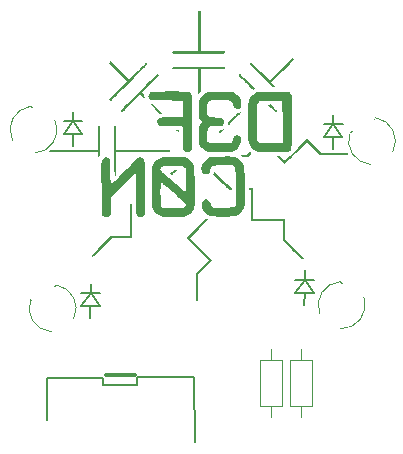
<source format=gbr>
%TF.GenerationSoftware,KiCad,Pcbnew,(6.0.5)*%
%TF.CreationDate,2022-07-12T12:17:59-06:00*%
%TF.ProjectId,jack,6a61636b-2e6b-4696-9361-645f70636258,rev?*%
%TF.SameCoordinates,PX7dfd6b0PY631d890*%
%TF.FileFunction,Legend,Bot*%
%TF.FilePolarity,Positive*%
%FSLAX46Y46*%
G04 Gerber Fmt 4.6, Leading zero omitted, Abs format (unit mm)*
G04 Created by KiCad (PCBNEW (6.0.5)) date 2022-07-12 12:17:59*
%MOMM*%
%LPD*%
G01*
G04 APERTURE LIST*
%ADD10C,0.150000*%
%ADD11C,0.120000*%
%ADD12C,0.300000*%
G04 APERTURE END LIST*
D10*
X8990000Y6810000D02*
X13810000Y6810000D01*
X5020000Y13920000D02*
X4245000Y12820000D01*
X24805000Y27130000D02*
X26335000Y27130000D01*
X3532500Y27420000D02*
X3527500Y26420000D01*
X25570000Y27130000D02*
X25565000Y26130000D01*
X2767500Y27420000D02*
X4297500Y27420000D01*
X23897500Y13980000D02*
X23142500Y15080000D01*
X26335000Y27130000D02*
X25580000Y28230000D01*
X4297500Y27420000D02*
X3542500Y28520000D01*
X23142500Y15080000D02*
X23147500Y15880000D01*
X22357500Y15080000D02*
X23927500Y15080000D01*
X5775000Y12820000D02*
X5020000Y13920000D01*
X2757500Y28520000D02*
X4327500Y28520000D01*
X6070000Y6800000D02*
X6070000Y6190000D01*
X23142500Y15080000D02*
X22367500Y13980000D01*
X1350000Y6800000D02*
X1340000Y3200000D01*
X6070000Y6190000D02*
X8990000Y6200000D01*
X1350000Y6800000D02*
X6070000Y6800000D01*
X5020000Y13920000D02*
X5025000Y14720000D01*
X3542500Y28520000D02*
X3547500Y29320000D01*
X8990000Y6200000D02*
X8990000Y6810000D01*
X22367500Y13980000D02*
X23897500Y13980000D01*
X13810000Y6810000D02*
X13820000Y1320000D01*
X25580000Y28230000D02*
X25585000Y29030000D01*
X5010000Y12820000D02*
X5005000Y11820000D01*
X3542500Y28520000D02*
X2767500Y27420000D01*
X4235000Y13920000D02*
X5805000Y13920000D01*
X4245000Y12820000D02*
X5775000Y12820000D01*
X23132500Y13980000D02*
X23127500Y12980000D01*
X24795000Y28230000D02*
X26365000Y28230000D01*
X25580000Y28230000D02*
X24805000Y27130000D01*
D11*
%TO.C,D4*%
X26282963Y14831436D02*
X26155175Y14920914D01*
X28180119Y13503033D02*
X28052331Y13592511D01*
X26155572Y14920636D02*
G75*
G03*
X24430112Y12182863I117296J-1986540D01*
G01*
X26197200Y10945535D02*
G75*
G03*
X28179723Y13503310I75668J1988561D01*
G01*
D12*
%TO.C,X1*%
X6310000Y7000000D02*
X8810000Y7000000D01*
D11*
%TO.C,D2*%
X27132193Y27645329D02*
X26997093Y27567329D01*
X29137907Y28803329D02*
X29002807Y28725329D01*
X30617768Y25925349D02*
G75*
G03*
X29137488Y28803087I-1770268J908981D01*
G01*
X26997512Y27567571D02*
G75*
G03*
X28749566Y24846741I1849988J-733241D01*
G01*
%TO.C,D3*%
X2094097Y14643566D02*
X1958997Y14565566D01*
X88383Y13485566D02*
X-46717Y13407566D01*
X-46298Y13407808D02*
G75*
G03*
X1705756Y10686978I1849988J-733241D01*
G01*
X3573958Y11765586D02*
G75*
G03*
X2093678Y14643324I-1770268J908981D01*
G01*
%TO.C,D1*%
X2042907Y28527329D02*
X1907807Y28605329D01*
X37193Y29685329D02*
X-97907Y29763329D01*
X290434Y25806742D02*
G75*
G03*
X2042488Y28527571I-97934J1987588D01*
G01*
X-97488Y29763088D02*
G75*
G03*
X-1577769Y26885349I289988J-1968758D01*
G01*
%TO.C,R2*%
X23730000Y4410000D02*
X21890000Y4410000D01*
X22810000Y9200000D02*
X22810000Y8250000D01*
X22810000Y3460000D02*
X22810000Y4410000D01*
X21890000Y4410000D02*
X21890000Y8250000D01*
X21890000Y8250000D02*
X23730000Y8250000D01*
X23730000Y8250000D02*
X23730000Y4410000D01*
%TO.C,R1*%
X21190000Y8250000D02*
X21190000Y4410000D01*
X20270000Y3460000D02*
X20270000Y4410000D01*
X21190000Y4410000D02*
X19350000Y4410000D01*
X19350000Y4410000D02*
X19350000Y8250000D01*
X19350000Y8250000D02*
X21190000Y8250000D01*
X20270000Y9200000D02*
X20270000Y8250000D01*
%TO.C,G\u002A\u002A\u002A*%
G36*
X13816488Y21290844D02*
G01*
X13803498Y21204425D01*
X13784913Y21132455D01*
X13759559Y21069219D01*
X13726260Y21009002D01*
X13683841Y20946087D01*
X13631127Y20874759D01*
X13595477Y20829546D01*
X13441661Y20674719D01*
X13266446Y20555408D01*
X13072554Y20473193D01*
X12862711Y20429650D01*
X12860628Y20429431D01*
X12801973Y20425721D01*
X12707076Y20422513D01*
X12581743Y20419884D01*
X12431774Y20417911D01*
X12262975Y20416671D01*
X12081147Y20416242D01*
X11892094Y20416702D01*
X11847337Y20416923D01*
X11646848Y20418047D01*
X11483251Y20419374D01*
X11351982Y20421146D01*
X11248473Y20423605D01*
X11168160Y20426991D01*
X11106476Y20431547D01*
X11058855Y20437514D01*
X11020732Y20445134D01*
X10987541Y20454648D01*
X10954714Y20466298D01*
X10826998Y20523972D01*
X10661144Y20630192D01*
X10513787Y20761049D01*
X10390891Y20910092D01*
X10298420Y21070869D01*
X10242337Y21236930D01*
X10242313Y21237047D01*
X10238879Y21273264D01*
X10235233Y21348291D01*
X10231449Y21458598D01*
X10227599Y21600654D01*
X10223759Y21770928D01*
X10220000Y21965890D01*
X10216397Y22182010D01*
X10213023Y22415755D01*
X10212896Y22425965D01*
X10938799Y22425965D01*
X10938852Y22351279D01*
X10939620Y22137663D01*
X10941245Y21943979D01*
X10943651Y21773967D01*
X10946763Y21631366D01*
X10950503Y21519914D01*
X10954796Y21443351D01*
X10959566Y21405416D01*
X11001177Y21320412D01*
X11077179Y21236251D01*
X11176279Y21168994D01*
X11202529Y21156933D01*
X11233119Y21147344D01*
X11272771Y21140331D01*
X11327035Y21135570D01*
X11401461Y21132737D01*
X11501599Y21131510D01*
X11633001Y21131564D01*
X11801216Y21132576D01*
X11903761Y21133394D01*
X12132884Y21135877D01*
X12324735Y21139159D01*
X12482957Y21143471D01*
X12611192Y21149044D01*
X12713083Y21156106D01*
X12792273Y21164888D01*
X12852403Y21175621D01*
X12897115Y21188533D01*
X12930053Y21203856D01*
X12959783Y21223580D01*
X13031613Y21293187D01*
X13081125Y21374586D01*
X13099525Y21454759D01*
X13098481Y21466786D01*
X13092177Y21485866D01*
X13077825Y21509629D01*
X13052769Y21540648D01*
X13014357Y21581498D01*
X12959935Y21634753D01*
X12886851Y21702987D01*
X12792449Y21788773D01*
X12674078Y21894686D01*
X12529083Y22023300D01*
X12354811Y22177189D01*
X12213764Y22301570D01*
X11990935Y22497993D01*
X11796698Y22669070D01*
X11629049Y22816530D01*
X11485983Y22942101D01*
X11365496Y23047511D01*
X11265582Y23134488D01*
X11184237Y23204761D01*
X11119457Y23260057D01*
X11069237Y23302105D01*
X11031571Y23332633D01*
X11004456Y23353368D01*
X10985887Y23366040D01*
X10973859Y23372375D01*
X10966367Y23374103D01*
X10965875Y23374072D01*
X10959202Y23365816D01*
X10953662Y23340737D01*
X10949162Y23295645D01*
X10945609Y23227344D01*
X10942910Y23132643D01*
X10940972Y23008348D01*
X10939703Y22851265D01*
X10939010Y22658202D01*
X10938799Y22425965D01*
X10212896Y22425965D01*
X10209951Y22663597D01*
X10207255Y22922004D01*
X10207162Y22931927D01*
X10204351Y23246724D01*
X10202258Y23521773D01*
X10200901Y23759610D01*
X10200295Y23962775D01*
X10200459Y24133806D01*
X10201408Y24275242D01*
X10203160Y24389621D01*
X10204158Y24424526D01*
X10933475Y24424526D01*
X10935183Y24412160D01*
X10940753Y24397991D01*
X10952333Y24380002D01*
X10972069Y24356174D01*
X11002108Y24324491D01*
X11044597Y24282934D01*
X11101682Y24229486D01*
X11175510Y24162129D01*
X11268227Y24078846D01*
X11381981Y23977619D01*
X11518917Y23856430D01*
X11681183Y23713263D01*
X11870925Y23546098D01*
X12090290Y23352919D01*
X12255242Y23207943D01*
X12418097Y23065403D01*
X12569240Y22933714D01*
X12705812Y22815337D01*
X12824953Y22712733D01*
X12923805Y22628365D01*
X12999508Y22564693D01*
X13049204Y22524181D01*
X13070034Y22509289D01*
X13072934Y22511548D01*
X13079973Y22544690D01*
X13086026Y22613319D01*
X13091097Y22712440D01*
X13095188Y22837060D01*
X13098302Y22982184D01*
X13100443Y23142819D01*
X13101613Y23313970D01*
X13101814Y23490644D01*
X13101050Y23667846D01*
X13099324Y23840583D01*
X13096637Y24003861D01*
X13092994Y24152685D01*
X13088397Y24282062D01*
X13082848Y24386998D01*
X13076351Y24462499D01*
X13068908Y24503570D01*
X13033862Y24580446D01*
X12970719Y24654780D01*
X12877165Y24711242D01*
X12866165Y24716056D01*
X12839518Y24725388D01*
X12806462Y24732866D01*
X12762504Y24738696D01*
X12703147Y24743085D01*
X12623896Y24746239D01*
X12520258Y24748363D01*
X12387736Y24749664D01*
X12221836Y24750347D01*
X12018063Y24750619D01*
X11243699Y24751084D01*
X11138914Y24698485D01*
X11082000Y24664244D01*
X11004751Y24594896D01*
X10952627Y24516906D01*
X10933503Y24440176D01*
X10933484Y24437107D01*
X10933475Y24424526D01*
X10204158Y24424526D01*
X10205730Y24479482D01*
X10209137Y24547364D01*
X10213396Y24595804D01*
X10218525Y24627342D01*
X10273047Y24786417D01*
X10364247Y24951679D01*
X10485309Y25107823D01*
X10608581Y25227325D01*
X10767703Y25336772D01*
X10944135Y25412091D01*
X10971417Y25420341D01*
X11006077Y25428976D01*
X11045709Y25436060D01*
X11094468Y25441763D01*
X11156510Y25446259D01*
X11235990Y25449720D01*
X11337062Y25452318D01*
X11463883Y25454225D01*
X11620606Y25455613D01*
X11811388Y25456655D01*
X12040384Y25457522D01*
X12111097Y25457756D01*
X12327062Y25458369D01*
X12505890Y25458574D01*
X12651631Y25458214D01*
X12768331Y25457135D01*
X12860040Y25455181D01*
X12930806Y25452197D01*
X12984678Y25448027D01*
X13025703Y25442516D01*
X13057930Y25435509D01*
X13085408Y25426850D01*
X13112185Y25416384D01*
X13244650Y25350652D01*
X13411702Y25233294D01*
X13558568Y25089858D01*
X13677905Y24927816D01*
X13762375Y24754640D01*
X13767545Y24740116D01*
X13776736Y24710462D01*
X13784521Y24676908D01*
X13791099Y24635608D01*
X13796672Y24582715D01*
X13801439Y24514382D01*
X13805600Y24426764D01*
X13809357Y24316014D01*
X13812909Y24178285D01*
X13816456Y24009731D01*
X13820200Y23806505D01*
X13824339Y23564762D01*
X13825500Y23490644D01*
X13826923Y23399739D01*
X13830153Y23155349D01*
X13832813Y22906602D01*
X13834851Y22661283D01*
X13836215Y22427179D01*
X13836852Y22212076D01*
X13836710Y22023759D01*
X13835736Y21870016D01*
X13833639Y21693954D01*
X13830383Y21529893D01*
X13827363Y21454759D01*
X13825058Y21397428D01*
X13816488Y21290844D01*
G37*
G36*
X12146306Y24189699D02*
G01*
X12109368Y24152839D01*
X12034610Y24079563D01*
X11972724Y24020691D01*
X11929314Y23981500D01*
X11909986Y23967264D01*
X11905017Y23968690D01*
X11873648Y23988255D01*
X11828572Y24023449D01*
X11761800Y24079634D01*
X11927075Y24245884D01*
X12092351Y24412135D01*
X12367984Y24412135D01*
X12146306Y24189699D01*
G37*
G36*
X8537593Y21345704D02*
G01*
X8535290Y21302538D01*
X8532981Y21219543D01*
X8530846Y21102338D01*
X8528925Y20955121D01*
X8527259Y20782088D01*
X8525887Y20587439D01*
X8524849Y20375370D01*
X8524186Y20150078D01*
X8523937Y19915763D01*
X8523787Y18628815D01*
X6840361Y18628815D01*
X6032146Y17821606D01*
X5979125Y17768665D01*
X5809336Y17599408D01*
X5666217Y17457355D01*
X5547318Y17340247D01*
X5450187Y17245822D01*
X5372372Y17171819D01*
X5311421Y17115977D01*
X5264882Y17076035D01*
X5230304Y17049732D01*
X5205235Y17034808D01*
X5187223Y17029001D01*
X5173817Y17030049D01*
X5162858Y17033774D01*
X5109716Y17069194D01*
X5092251Y17124629D01*
X5098225Y17134450D01*
X5130544Y17172524D01*
X5188511Y17235825D01*
X5269419Y17321539D01*
X5370560Y17426856D01*
X5489227Y17548961D01*
X5622713Y17685043D01*
X5768310Y17832291D01*
X5923311Y17987890D01*
X6754695Y18819474D01*
X8333128Y18819474D01*
X8333128Y21488699D01*
X8551098Y21488699D01*
X8537593Y21345704D01*
G37*
G36*
X14328291Y34411134D02*
G01*
X16384078Y34411134D01*
X16408169Y34358259D01*
X16413642Y34345465D01*
X16419508Y34303033D01*
X16393840Y34262930D01*
X16391580Y34260484D01*
X16384239Y34253905D01*
X16373837Y34248090D01*
X16357919Y34242992D01*
X16334027Y34238563D01*
X16299705Y34234757D01*
X16252496Y34231525D01*
X16189943Y34228822D01*
X16109589Y34226600D01*
X16008977Y34224812D01*
X15885652Y34223411D01*
X15737155Y34222349D01*
X15561030Y34221580D01*
X15354821Y34221057D01*
X15116070Y34220732D01*
X14842321Y34220558D01*
X14531116Y34220488D01*
X14180000Y34220475D01*
X14054678Y34220476D01*
X13717556Y34220503D01*
X13419501Y34220603D01*
X13158057Y34220824D01*
X12930766Y34221212D01*
X12735173Y34221815D01*
X12568820Y34222679D01*
X12429251Y34223852D01*
X12314008Y34225381D01*
X12220636Y34227313D01*
X12146677Y34229695D01*
X12089674Y34232574D01*
X12047171Y34235998D01*
X12016710Y34240013D01*
X11995836Y34244666D01*
X11982091Y34250006D01*
X11973018Y34256078D01*
X11966161Y34262930D01*
X11957203Y34273318D01*
X11939179Y34311768D01*
X11951831Y34358259D01*
X11975923Y34411134D01*
X14137632Y34411134D01*
X14137632Y37800625D01*
X14328291Y37800625D01*
X14328291Y34411134D01*
G37*
G36*
X16394779Y33024981D02*
G01*
X16397691Y33020458D01*
X16416791Y32973386D01*
X16405114Y32929652D01*
X16399423Y32920265D01*
X16390504Y32911796D01*
X16375164Y32904845D01*
X16349806Y32899262D01*
X16310837Y32894898D01*
X16254662Y32891601D01*
X16177687Y32889223D01*
X16076316Y32887614D01*
X15946954Y32886623D01*
X15786009Y32886101D01*
X15589884Y32885897D01*
X15354985Y32885863D01*
X14328291Y32885863D01*
X14328291Y30991470D01*
X14238257Y30899727D01*
X14148224Y30807984D01*
X14142728Y31846923D01*
X14137232Y32885863D01*
X13057777Y32885863D01*
X12994236Y32885864D01*
X12762822Y32885920D01*
X12569408Y32886167D01*
X12410493Y32886742D01*
X12282575Y32887785D01*
X12182151Y32889435D01*
X12105720Y32891830D01*
X12049781Y32895111D01*
X12010830Y32899415D01*
X11985368Y32904882D01*
X11969890Y32911652D01*
X11960897Y32919862D01*
X11954886Y32929652D01*
X11952883Y32933509D01*
X11943572Y32976732D01*
X11965222Y33024981D01*
X11998992Y33076522D01*
X16361009Y33076522D01*
X16394779Y33024981D01*
G37*
G36*
X17772072Y29293923D02*
G01*
X17755086Y29271330D01*
X17712173Y29223163D01*
X17646212Y29152451D01*
X17560083Y29062223D01*
X17456668Y28955510D01*
X17338846Y28835340D01*
X17209497Y28704743D01*
X17159275Y28654324D01*
X17030836Y28525833D01*
X16912818Y28408399D01*
X16808451Y28305196D01*
X16720969Y28219401D01*
X16653601Y28154187D01*
X16609581Y28112731D01*
X16592140Y28098206D01*
X16589967Y28100574D01*
X16596336Y28127599D01*
X16617593Y28175090D01*
X16625383Y28191696D01*
X16652646Y28269544D01*
X16670458Y28349861D01*
X16671809Y28359044D01*
X16678261Y28389548D01*
X16689936Y28419673D01*
X16710381Y28453737D01*
X16743144Y28496061D01*
X16791774Y28550965D01*
X16859817Y28622770D01*
X16950822Y28715796D01*
X17068336Y28834362D01*
X17102245Y28868444D01*
X17215845Y28981744D01*
X17304937Y29068608D01*
X17373337Y29132336D01*
X17424859Y29176229D01*
X17463320Y29203588D01*
X17492533Y29217713D01*
X17516316Y29221905D01*
X17531279Y29222390D01*
X17568784Y29226905D01*
X17614256Y29238523D01*
X17678105Y29260238D01*
X17770743Y29295042D01*
X17772072Y29293923D01*
G37*
G36*
X16329284Y27826292D02*
G01*
X16298935Y27792996D01*
X16248517Y27741466D01*
X16184151Y27678076D01*
X16136532Y27633085D01*
X16074126Y27577947D01*
X16026220Y27540215D01*
X16000482Y27526230D01*
X15994182Y27526745D01*
X15951264Y27547899D01*
X15912680Y27587630D01*
X15895930Y27628773D01*
X15902596Y27656364D01*
X15937482Y27704584D01*
X15989138Y27743567D01*
X16042617Y27759949D01*
X16072971Y27763383D01*
X16139211Y27778257D01*
X16213469Y27800778D01*
X16264690Y27817715D01*
X16314028Y27832060D01*
X16335253Y27835419D01*
X16329284Y27826292D01*
G37*
G36*
X7477405Y32841253D02*
G01*
X8269562Y32049307D01*
X8974064Y32753573D01*
X9012756Y32792234D01*
X9176969Y32955793D01*
X9314532Y33091731D01*
X9427861Y33202285D01*
X9519369Y33289693D01*
X9591472Y33356192D01*
X9646583Y33404018D01*
X9687117Y33435410D01*
X9715489Y33452605D01*
X9734112Y33457839D01*
X9790134Y33444839D01*
X9826834Y33405084D01*
X9829661Y33346897D01*
X9820730Y33334395D01*
X9783898Y33292794D01*
X9720484Y33224864D01*
X9632502Y33132665D01*
X9521965Y33018254D01*
X9390886Y32883691D01*
X9241279Y32731034D01*
X9075158Y32562341D01*
X8894535Y32379672D01*
X8701424Y32185085D01*
X8497840Y31980638D01*
X8285794Y31768390D01*
X8129312Y31612156D01*
X7923167Y31406785D01*
X7726670Y31211533D01*
X7541848Y31028390D01*
X7370726Y30859344D01*
X7215331Y30706384D01*
X7077689Y30571500D01*
X6959825Y30456680D01*
X6863766Y30363913D01*
X6791539Y30295189D01*
X6745168Y30252496D01*
X6726680Y30237823D01*
X6684111Y30245771D01*
X6635932Y30282322D01*
X6617198Y30338579D01*
X6619677Y30350975D01*
X6632155Y30375118D01*
X6657153Y30409795D01*
X6696890Y30457393D01*
X6753583Y30520303D01*
X6829452Y30600912D01*
X6926716Y30701611D01*
X7047594Y30824789D01*
X7194303Y30972833D01*
X7369063Y31148134D01*
X8120929Y31900792D01*
X7344119Y32677887D01*
X6567308Y33454982D01*
X6626278Y33544091D01*
X6685247Y33633200D01*
X7477405Y32841253D01*
G37*
G36*
X18798182Y20238824D02*
G01*
X21467406Y20238824D01*
X21467406Y18533692D01*
X22264696Y17736196D01*
X22324171Y17676688D01*
X22491031Y17509459D01*
X22630810Y17368751D01*
X22745800Y17252075D01*
X22838294Y17156941D01*
X22910586Y17080858D01*
X22964969Y17021336D01*
X23003735Y16975884D01*
X23029179Y16942012D01*
X23043592Y16917230D01*
X23049269Y16899047D01*
X23048501Y16884974D01*
X23030800Y16847735D01*
X22997959Y16821564D01*
X22977472Y16816575D01*
X22940348Y16809421D01*
X22932884Y16814301D01*
X22898099Y16844882D01*
X22837867Y16901186D01*
X22754978Y16980504D01*
X22652221Y17080128D01*
X22532382Y17197347D01*
X22398252Y17329454D01*
X22252619Y17473738D01*
X22098271Y17627491D01*
X21276748Y18448018D01*
X21276748Y20048165D01*
X18607523Y20048165D01*
X18607523Y22675020D01*
X18416864Y22675020D01*
X18416864Y22865679D01*
X18798182Y22865679D01*
X18798182Y20238824D01*
G37*
G36*
X14900263Y20238826D02*
G01*
X14991307Y20192379D01*
X14214936Y19415795D01*
X13438566Y18639212D01*
X14381237Y17696720D01*
X15323908Y16754227D01*
X14720178Y16150227D01*
X14116447Y15546227D01*
X14116447Y14411236D01*
X14116384Y14303711D01*
X14115885Y14094160D01*
X14114930Y13899402D01*
X14113566Y13723378D01*
X14111843Y13570025D01*
X14109809Y13443284D01*
X14107512Y13347093D01*
X14105001Y13285392D01*
X14102324Y13262121D01*
X14085241Y13251805D01*
X14035317Y13247100D01*
X13982361Y13260725D01*
X13947718Y13288974D01*
X13945513Y13296387D01*
X13940353Y13344609D01*
X13935954Y13434268D01*
X13932327Y13564695D01*
X13929485Y13735223D01*
X13927439Y13945185D01*
X13926203Y14193913D01*
X13925788Y14480742D01*
X13925788Y15631534D01*
X15048620Y16753766D01*
X14105879Y17696681D01*
X13163138Y18639597D01*
X13986179Y19462435D01*
X14809220Y20285272D01*
X14900263Y20238826D01*
G37*
G36*
X5772320Y28140535D02*
G01*
X5790077Y28138895D01*
X5805075Y28132569D01*
X5817546Y28118415D01*
X5827724Y28093294D01*
X5835842Y28054066D01*
X5842132Y27997590D01*
X5846827Y27920727D01*
X5850161Y27820336D01*
X5852367Y27693277D01*
X5853677Y27536410D01*
X5854324Y27346595D01*
X5854542Y27120692D01*
X5854562Y26855560D01*
X5854562Y25621387D01*
X5674496Y25380421D01*
X5668527Y25627137D01*
X5662559Y25873853D01*
X1555636Y25873853D01*
X1532201Y25917642D01*
X1530197Y25921499D01*
X1520887Y25964722D01*
X1542536Y26012971D01*
X1576306Y26064512D01*
X5663904Y26064512D01*
X5663904Y27077122D01*
X5663905Y27153534D01*
X5664010Y27380811D01*
X5664508Y27570212D01*
X5665710Y27725189D01*
X5667924Y27849195D01*
X5671461Y27945682D01*
X5676629Y28018103D01*
X5683738Y28069910D01*
X5693098Y28104556D01*
X5705018Y28125493D01*
X5719808Y28136174D01*
X5737776Y28140050D01*
X5759233Y28140575D01*
X5772320Y28140535D01*
G37*
G36*
X16787213Y25518079D02*
G01*
X16913147Y25516755D01*
X17008499Y25514455D01*
X17067381Y25511190D01*
X17098751Y25507492D01*
X17274205Y25464599D01*
X17449522Y25387555D01*
X17615387Y25282106D01*
X17762488Y25153997D01*
X17881509Y25008974D01*
X17895776Y24987680D01*
X17931188Y24932968D01*
X17960398Y24881962D01*
X17984096Y24830057D01*
X18002971Y24772644D01*
X18017711Y24705117D01*
X18029007Y24622868D01*
X18037547Y24521292D01*
X18044020Y24395781D01*
X18049115Y24241727D01*
X18053522Y24054525D01*
X18057929Y23829566D01*
X18061047Y23659198D01*
X18067337Y23269242D01*
X18071896Y22909854D01*
X18074729Y22582341D01*
X18075843Y22288012D01*
X18075244Y22028173D01*
X18072936Y21804133D01*
X18068927Y21617197D01*
X18063221Y21468675D01*
X18055824Y21359874D01*
X18046743Y21292100D01*
X18016373Y21179004D01*
X17956909Y21042239D01*
X17870146Y20911858D01*
X17749920Y20777169D01*
X17665215Y20698623D01*
X17498353Y20579174D01*
X17323328Y20496206D01*
X17145546Y20452621D01*
X17102542Y20448596D01*
X17012372Y20443750D01*
X16892147Y20439755D01*
X16747902Y20436611D01*
X16585672Y20434320D01*
X16411491Y20432884D01*
X16231394Y20432302D01*
X16051415Y20432577D01*
X15877589Y20433709D01*
X15715950Y20435699D01*
X15572532Y20438550D01*
X15453371Y20442261D01*
X15364501Y20446834D01*
X15311956Y20452271D01*
X15168673Y20490529D01*
X14991795Y20572314D01*
X14829138Y20685401D01*
X14686309Y20824141D01*
X14568916Y20982887D01*
X14482566Y21155989D01*
X14432866Y21337798D01*
X14423101Y21419539D01*
X14427081Y21568018D01*
X14463443Y21689500D01*
X14532110Y21783784D01*
X14633004Y21850673D01*
X14729537Y21882534D01*
X14842312Y21884586D01*
X14958530Y21846266D01*
X14976660Y21836866D01*
X15071433Y21760958D01*
X15137837Y21655466D01*
X15173467Y21523998D01*
X15178000Y21496436D01*
X15221310Y21374176D01*
X15297860Y21277003D01*
X15405502Y21207845D01*
X15405999Y21207625D01*
X15432807Y21196470D01*
X15460464Y21187580D01*
X15493583Y21180808D01*
X15536776Y21176005D01*
X15594656Y21173024D01*
X15671833Y21171717D01*
X15772921Y21171936D01*
X15902530Y21173534D01*
X16065274Y21176362D01*
X16265765Y21180273D01*
X16427704Y21183616D01*
X16616945Y21188229D01*
X16771156Y21193492D01*
X16894589Y21200107D01*
X16991490Y21208772D01*
X17066109Y21220189D01*
X17122695Y21235056D01*
X17165496Y21254074D01*
X17198761Y21277943D01*
X17226739Y21307363D01*
X17253679Y21343034D01*
X17304687Y21414553D01*
X17298623Y22959426D01*
X17298558Y22976063D01*
X17297431Y23276451D01*
X17296372Y23537547D01*
X17295113Y23762278D01*
X17293387Y23953567D01*
X17290926Y24114340D01*
X17287461Y24247522D01*
X17282724Y24356037D01*
X17276448Y24442811D01*
X17268365Y24510769D01*
X17258206Y24562835D01*
X17245703Y24601935D01*
X17230589Y24630993D01*
X17212595Y24652935D01*
X17191454Y24670685D01*
X17166898Y24687168D01*
X17138657Y24705310D01*
X17053394Y24761676D01*
X16246931Y24761355D01*
X16229262Y24761347D01*
X16021725Y24761037D01*
X15851968Y24760229D01*
X15715734Y24758755D01*
X15608764Y24756448D01*
X15526799Y24753139D01*
X15465580Y24748661D01*
X15420850Y24742845D01*
X15388349Y24735524D01*
X15363819Y24726530D01*
X15346735Y24718251D01*
X15255465Y24647389D01*
X15190383Y24544025D01*
X15152425Y24409564D01*
X15146323Y24375954D01*
X15103806Y24242969D01*
X15036460Y24143627D01*
X14942970Y24076457D01*
X14822021Y24039990D01*
X14730961Y24037935D01*
X14622093Y24068951D01*
X14527959Y24132505D01*
X14456144Y24223103D01*
X14414234Y24335254D01*
X14407148Y24381253D01*
X14406613Y24527669D01*
X14433155Y24684321D01*
X14483742Y24837501D01*
X14555345Y24973505D01*
X14635546Y25082108D01*
X14787504Y25238306D01*
X14959846Y25363968D01*
X15145597Y25453424D01*
X15179397Y25465025D01*
X15214780Y25474754D01*
X15255807Y25482708D01*
X15307068Y25489180D01*
X15373152Y25494461D01*
X15458651Y25498842D01*
X15568154Y25502616D01*
X15706251Y25506074D01*
X15877533Y25509507D01*
X16086589Y25513207D01*
X16095401Y25513357D01*
X16284790Y25516063D01*
X16467146Y25517745D01*
X16636583Y25518412D01*
X16787213Y25518079D01*
G37*
G36*
X11910374Y31021515D02*
G01*
X12184773Y31021340D01*
X12421216Y31020907D01*
X12622658Y31020155D01*
X12792057Y31019023D01*
X12932369Y31017452D01*
X13046549Y31015380D01*
X13137554Y31012747D01*
X13208340Y31009493D01*
X13261864Y31005558D01*
X13301081Y31000881D01*
X13328948Y30995401D01*
X13348421Y30989058D01*
X13419761Y30953311D01*
X13490591Y30892862D01*
X13547004Y30804801D01*
X13549846Y30799063D01*
X13555893Y30784734D01*
X13561241Y30766937D01*
X13565925Y30743242D01*
X13569982Y30711217D01*
X13573446Y30668430D01*
X13576354Y30612451D01*
X13578742Y30540847D01*
X13580644Y30451189D01*
X13582097Y30341043D01*
X13583137Y30207980D01*
X13583798Y30049568D01*
X13584117Y29863374D01*
X13584129Y29646969D01*
X13583869Y29397921D01*
X13583375Y29113798D01*
X13582681Y28792170D01*
X13581822Y28430604D01*
X13576247Y26135551D01*
X13520125Y26050750D01*
X13504563Y26029358D01*
X13449193Y25971042D01*
X13393019Y25930976D01*
X13388380Y25928770D01*
X13306677Y25905226D01*
X13208725Y25896689D01*
X13113041Y25903433D01*
X13038141Y25925731D01*
X13007344Y25944415D01*
X12955934Y25995413D01*
X12914025Y26071520D01*
X12876158Y26181353D01*
X12873623Y26190352D01*
X12864952Y26227520D01*
X12857920Y26271896D01*
X12852372Y26327873D01*
X12848148Y26399848D01*
X12845094Y26492214D01*
X12843051Y26609368D01*
X12841862Y26755703D01*
X12841371Y26935615D01*
X12841421Y27153499D01*
X12841462Y27214605D01*
X12841253Y27397952D01*
X12840570Y27567392D01*
X12839467Y27718179D01*
X12837993Y27845573D01*
X12836200Y27944828D01*
X12834139Y28011201D01*
X12831861Y28039950D01*
X12829001Y28046384D01*
X12820012Y28054162D01*
X12801903Y28060512D01*
X12770978Y28065581D01*
X12723544Y28069514D01*
X12655907Y28072460D01*
X12564371Y28074563D01*
X12445244Y28075971D01*
X12294831Y28076830D01*
X12109438Y28077287D01*
X11885370Y28077487D01*
X11748228Y28077588D01*
X11546096Y28077955D01*
X11379940Y28078707D01*
X11245732Y28079999D01*
X11139446Y28081990D01*
X11057054Y28084835D01*
X10994529Y28088693D01*
X10947844Y28093720D01*
X10912972Y28100073D01*
X10885886Y28107910D01*
X10862558Y28117387D01*
X10809541Y28146083D01*
X10733552Y28216249D01*
X10687202Y28311369D01*
X10667286Y28436681D01*
X10665346Y28483458D01*
X10667954Y28550300D01*
X10681666Y28599895D01*
X10709739Y28648495D01*
X10742448Y28693331D01*
X10791149Y28743811D01*
X10848268Y28779139D01*
X10922285Y28802744D01*
X11021683Y28818056D01*
X11154944Y28828505D01*
X11180370Y28829841D01*
X11280658Y28833257D01*
X11412830Y28835849D01*
X11569066Y28837550D01*
X11741543Y28838293D01*
X11922440Y28838011D01*
X12103937Y28836637D01*
X12204990Y28835728D01*
X12365255Y28835091D01*
X12509318Y28835504D01*
X12631947Y28836898D01*
X12727910Y28839202D01*
X12791974Y28842345D01*
X12818908Y28846258D01*
X12823500Y28856268D01*
X12830481Y28903456D01*
X12836271Y28983192D01*
X12840865Y29089270D01*
X12844258Y29215484D01*
X12846445Y29355629D01*
X12847421Y29503499D01*
X12847183Y29652887D01*
X12845724Y29797588D01*
X12843041Y29931396D01*
X12839128Y30048106D01*
X12833982Y30141512D01*
X12827596Y30205407D01*
X12819967Y30233586D01*
X12815898Y30235973D01*
X12790950Y30241326D01*
X12742934Y30245867D01*
X12669438Y30249645D01*
X12568050Y30252708D01*
X12436356Y30255105D01*
X12271946Y30256885D01*
X12072406Y30258096D01*
X11835324Y30258788D01*
X11558289Y30259007D01*
X11294296Y30259126D01*
X11056076Y30259632D01*
X10853698Y30260721D01*
X10683823Y30262591D01*
X10543113Y30265440D01*
X10428230Y30269464D01*
X10335835Y30274861D01*
X10262590Y30281828D01*
X10205156Y30290562D01*
X10160195Y30301260D01*
X10124368Y30314119D01*
X10094338Y30329338D01*
X10066764Y30347112D01*
X10022854Y30389684D01*
X9972663Y30467393D01*
X9936096Y30555740D01*
X9921952Y30637102D01*
X9924619Y30677832D01*
X9954368Y30783671D01*
X10011055Y30879973D01*
X10087109Y30955866D01*
X10174959Y31000474D01*
X10207639Y31004349D01*
X10281720Y31008131D01*
X10394198Y31011499D01*
X10543019Y31014429D01*
X10726129Y31016891D01*
X10941473Y31018859D01*
X11186998Y31020305D01*
X11460649Y31021203D01*
X11760372Y31021524D01*
X11910374Y31021515D01*
G37*
G36*
X20552356Y29679691D02*
G01*
X20575044Y29656594D01*
X20672228Y29553961D01*
X20739617Y29474213D01*
X20779273Y29413518D01*
X20793254Y29368041D01*
X20783622Y29333949D01*
X20752436Y29307410D01*
X20728377Y29295960D01*
X20684984Y29285173D01*
X20680315Y29286714D01*
X20648158Y29309858D01*
X20592741Y29357367D01*
X20518915Y29424845D01*
X20431532Y29507891D01*
X20335443Y29602107D01*
X20016280Y29919686D01*
X20165743Y29919872D01*
X20315205Y29920058D01*
X20552356Y29679691D01*
G37*
G36*
X16202686Y31003002D02*
G01*
X16384915Y31000768D01*
X16554372Y30997096D01*
X16705141Y30991983D01*
X16831308Y30985428D01*
X16926960Y30977429D01*
X16986182Y30967985D01*
X17065259Y30943452D01*
X17242027Y30859817D01*
X17404866Y30743829D01*
X17546786Y30601991D01*
X17660795Y30440807D01*
X17739904Y30266781D01*
X17763789Y30181245D01*
X17785419Y30049553D01*
X17790141Y29922897D01*
X17777782Y29812471D01*
X17748170Y29729471D01*
X17743219Y29721196D01*
X17666561Y29631075D01*
X17568883Y29577581D01*
X17448793Y29559925D01*
X17432500Y29560165D01*
X17307424Y29581559D01*
X17207237Y29637171D01*
X17132668Y29726425D01*
X17084446Y29848741D01*
X17077284Y29877176D01*
X17056319Y29959644D01*
X17038371Y30029311D01*
X17021490Y30072451D01*
X16964140Y30150569D01*
X16883426Y30216093D01*
X16791547Y30257733D01*
X16771092Y30261348D01*
X16705809Y30266853D01*
X16608017Y30271404D01*
X16483955Y30274999D01*
X16339862Y30277636D01*
X16181976Y30279315D01*
X16016536Y30280034D01*
X15849782Y30279791D01*
X15687952Y30278586D01*
X15537285Y30276417D01*
X15404020Y30273282D01*
X15294395Y30269182D01*
X15214651Y30264113D01*
X15171025Y30258075D01*
X15162692Y30255628D01*
X15066411Y30208922D01*
X14983782Y30137720D01*
X14929163Y30054130D01*
X14926318Y30046570D01*
X14916259Y30002271D01*
X14908880Y29933856D01*
X14903925Y29836771D01*
X14901139Y29706460D01*
X14900267Y29538369D01*
X14900642Y29394938D01*
X14902624Y29266171D01*
X14907309Y29168391D01*
X14915788Y29095544D01*
X14929152Y29041572D01*
X14948493Y29000418D01*
X14974903Y28966025D01*
X15009472Y28932338D01*
X15044909Y28901718D01*
X15081619Y28876191D01*
X15123045Y28857157D01*
X15175461Y28843447D01*
X15245144Y28833892D01*
X15338367Y28827323D01*
X15461405Y28822570D01*
X15620534Y28818463D01*
X15662878Y28817447D01*
X15826412Y28812402D01*
X15954446Y28805345D01*
X16052588Y28794740D01*
X16126443Y28779051D01*
X16181616Y28756742D01*
X16223715Y28726278D01*
X16258344Y28686122D01*
X16291110Y28634738D01*
X16320226Y28571482D01*
X16340230Y28456021D01*
X16323034Y28341015D01*
X16269241Y28237410D01*
X16234177Y28193995D01*
X16199099Y28160201D01*
X16158484Y28135439D01*
X16106193Y28118311D01*
X16036089Y28107420D01*
X15942034Y28101370D01*
X15817891Y28098765D01*
X15657522Y28098206D01*
X15563933Y28098156D01*
X15440332Y28097555D01*
X15348057Y28095706D01*
X15280247Y28091914D01*
X15230039Y28085485D01*
X15190572Y28075723D01*
X15154984Y28061934D01*
X15116414Y28043423D01*
X15057981Y28013315D01*
X15010123Y27983344D01*
X14973960Y27949398D01*
X14947854Y27905993D01*
X14930168Y27847643D01*
X14919264Y27768864D01*
X14913503Y27664172D01*
X14911247Y27528081D01*
X14910859Y27355106D01*
X14910859Y26855626D01*
X14967920Y26780815D01*
X14974038Y26772806D01*
X15002997Y26736434D01*
X15031670Y26706624D01*
X15064323Y26682721D01*
X15105222Y26664074D01*
X15158630Y26650030D01*
X15228815Y26639937D01*
X15320041Y26633143D01*
X15436573Y26628994D01*
X15582679Y26626838D01*
X15762621Y26626023D01*
X15980667Y26625896D01*
X16775079Y26625896D01*
X16872700Y26683285D01*
X16894453Y26696482D01*
X16962281Y26747496D01*
X17009645Y26806998D01*
X17043716Y26886277D01*
X17071660Y26996622D01*
X17097195Y27098842D01*
X17131195Y27182834D01*
X17176237Y27243535D01*
X17238030Y27291050D01*
X17294215Y27319889D01*
X17409371Y27347991D01*
X17522254Y27338948D01*
X17625287Y27295275D01*
X17710896Y27219482D01*
X17771506Y27114085D01*
X17773083Y27109924D01*
X17789834Y27056772D01*
X17796769Y27004214D01*
X17794528Y26938177D01*
X17783749Y26844587D01*
X17770076Y26765474D01*
X17708202Y26570890D01*
X17611263Y26391653D01*
X17483761Y26232786D01*
X17330197Y26099313D01*
X17155076Y25996258D01*
X16962898Y25928645D01*
X16952921Y25926516D01*
X16884509Y25917833D01*
X16781424Y25910482D01*
X16649592Y25904468D01*
X16494935Y25899792D01*
X16323380Y25896459D01*
X16140851Y25894473D01*
X15953271Y25893837D01*
X15766567Y25894554D01*
X15586661Y25896627D01*
X15419479Y25900062D01*
X15270945Y25904860D01*
X15146983Y25911026D01*
X15053519Y25918563D01*
X14996477Y25927474D01*
X14974726Y25933412D01*
X14785177Y26008459D01*
X14608186Y26119527D01*
X14451187Y26261106D01*
X14321615Y26427686D01*
X14291318Y26475869D01*
X14258431Y26533067D01*
X14232627Y26588482D01*
X14213119Y26647632D01*
X14199117Y26716036D01*
X14189834Y26799212D01*
X14184480Y26902677D01*
X14182268Y27031949D01*
X14182409Y27192547D01*
X14184114Y27389989D01*
X14184575Y27434824D01*
X14186498Y27606735D01*
X14188562Y27742625D01*
X14191168Y27847664D01*
X14194714Y27927018D01*
X14199600Y27985856D01*
X14206227Y28029344D01*
X14214994Y28062651D01*
X14226302Y28090944D01*
X14240549Y28119391D01*
X14266525Y28164230D01*
X14319800Y28243850D01*
X14376458Y28318010D01*
X14413560Y28365518D01*
X14443487Y28417639D01*
X14443016Y28448438D01*
X14418958Y28482104D01*
X14353708Y28574686D01*
X14301569Y28654033D01*
X14261069Y28726321D01*
X14230740Y28797731D01*
X14209110Y28874440D01*
X14194710Y28962626D01*
X14186069Y29068467D01*
X14181717Y29198142D01*
X14180185Y29357829D01*
X14180000Y29553707D01*
X14180107Y29665280D01*
X14181277Y29840325D01*
X14184601Y29981899D01*
X14191132Y30095757D01*
X14201924Y30187656D01*
X14218030Y30263352D01*
X14240502Y30328600D01*
X14270394Y30389157D01*
X14308759Y30450779D01*
X14356650Y30519222D01*
X14479729Y30669675D01*
X14633589Y30806801D01*
X14801617Y30905565D01*
X14985867Y30967433D01*
X14994705Y30969265D01*
X15066212Y30978484D01*
X15172259Y30986277D01*
X15306932Y30992643D01*
X15464316Y30997579D01*
X15638498Y31001085D01*
X15823563Y31003158D01*
X16013597Y31003798D01*
X16202686Y31003002D01*
G37*
G36*
X22037933Y27257755D02*
G01*
X22037301Y27043256D01*
X22036432Y26858898D01*
X22035285Y26702225D01*
X22033818Y26570778D01*
X22031989Y26462101D01*
X22029756Y26373735D01*
X22027079Y26303224D01*
X22023915Y26248109D01*
X22020223Y26205933D01*
X22015962Y26174239D01*
X22011089Y26150570D01*
X22005564Y26132466D01*
X21999344Y26117472D01*
X21965955Y26056752D01*
X21882136Y25964723D01*
X21771292Y25904753D01*
X21750169Y25899161D01*
X21711923Y25893444D01*
X21656399Y25888655D01*
X21580460Y25884718D01*
X21480971Y25881558D01*
X21354795Y25879100D01*
X21198796Y25877268D01*
X21009839Y25875988D01*
X20784786Y25875185D01*
X20520502Y25874783D01*
X19351162Y25873853D01*
X19184228Y25926587D01*
X19080634Y25964540D01*
X18890873Y26064292D01*
X18724194Y26193327D01*
X18585029Y26347169D01*
X18477809Y26521343D01*
X18406969Y26711374D01*
X18403389Y26726570D01*
X18397651Y26759524D01*
X18392704Y26802451D01*
X18388492Y26858295D01*
X18385331Y26922477D01*
X19126539Y26922477D01*
X19176306Y26838261D01*
X19215615Y26779718D01*
X19285701Y26712639D01*
X19379995Y26664580D01*
X19407210Y26659219D01*
X19473370Y26653329D01*
X19570482Y26648298D01*
X19693310Y26644128D01*
X19836617Y26640825D01*
X19995168Y26638393D01*
X20163724Y26636837D01*
X20337050Y26636160D01*
X20509910Y26636369D01*
X20677066Y26637466D01*
X20833283Y26639457D01*
X20973324Y26642345D01*
X21091952Y26646136D01*
X21183930Y26650834D01*
X21244024Y26656444D01*
X21266995Y26662969D01*
X21267947Y26673876D01*
X21269301Y26723768D01*
X21270457Y26810880D01*
X21271408Y26932055D01*
X21272145Y27084137D01*
X21272660Y27263970D01*
X21272945Y27468398D01*
X21272993Y27694264D01*
X21272794Y27938413D01*
X21272341Y28197687D01*
X21271626Y28468932D01*
X21266155Y30248415D01*
X20348204Y30253937D01*
X20193026Y30254833D01*
X19997133Y30255740D01*
X19836725Y30256028D01*
X19707700Y30255555D01*
X19605958Y30254178D01*
X19527398Y30251757D01*
X19467919Y30248148D01*
X19423421Y30243211D01*
X19389802Y30236802D01*
X19362962Y30228782D01*
X19338801Y30219006D01*
X19313368Y30206647D01*
X19244882Y30155199D01*
X19186944Y30075786D01*
X19126539Y29973019D01*
X19126539Y26922477D01*
X18385331Y26922477D01*
X18384960Y26930002D01*
X18382053Y27020517D01*
X18379714Y27132785D01*
X18377887Y27269750D01*
X18376518Y27434359D01*
X18375549Y27629555D01*
X18374927Y27858284D01*
X18374594Y28123492D01*
X18374496Y28428123D01*
X18374501Y28470517D01*
X18374869Y28776507D01*
X18375798Y29057193D01*
X18377263Y29310441D01*
X18379235Y29534119D01*
X18381690Y29726093D01*
X18384599Y29884232D01*
X18387937Y30006403D01*
X18391677Y30090471D01*
X18395792Y30134306D01*
X18433679Y30270310D01*
X18515358Y30439812D01*
X18628564Y30598152D01*
X18767205Y30739331D01*
X18925191Y30857350D01*
X19096429Y30946213D01*
X19274829Y30999919D01*
X19309013Y31004428D01*
X19383368Y31009516D01*
X19491563Y31013502D01*
X19635018Y31016402D01*
X19815152Y31018237D01*
X20033386Y31019025D01*
X20291137Y31018786D01*
X20589827Y31017538D01*
X21777718Y31011050D01*
X21863616Y30954191D01*
X21934386Y30891868D01*
X21994448Y30804509D01*
X22039383Y30711685D01*
X22038918Y28456948D01*
X22038821Y28106678D01*
X22038651Y27787009D01*
X22038558Y27694264D01*
X22038369Y27504854D01*
X22037933Y27257755D01*
G37*
G36*
X10738805Y32500692D02*
G01*
X10752105Y32491488D01*
X10765088Y32479124D01*
X10778552Y32459133D01*
X10790509Y32410997D01*
X10776723Y32386508D01*
X10732794Y32332869D01*
X10659263Y32251254D01*
X10556704Y32142276D01*
X10425697Y32006547D01*
X10266816Y31844681D01*
X10080640Y31657289D01*
X9370771Y30946288D01*
X9476887Y30841767D01*
X9510706Y30807513D01*
X9555509Y30754210D01*
X9577480Y30709674D01*
X9583508Y30662306D01*
X9583535Y30659748D01*
X9589496Y30584329D01*
X9602462Y30507923D01*
X9605935Y30491776D01*
X9611855Y30446621D01*
X9607671Y30428482D01*
X9607215Y30428558D01*
X9586104Y30444586D01*
X9541839Y30484578D01*
X9480616Y30542776D01*
X9408628Y30613426D01*
X9222823Y30798370D01*
X8464824Y30041449D01*
X8427725Y30004436D01*
X8281171Y29858861D01*
X8143890Y29723498D01*
X8018822Y29601182D01*
X7908910Y29494747D01*
X7817094Y29407029D01*
X7746316Y29340863D01*
X7699516Y29299085D01*
X7679635Y29284528D01*
X7637367Y29292430D01*
X7589219Y29329074D01*
X7570492Y29385556D01*
X7570632Y29387566D01*
X7576410Y29402621D01*
X7591817Y29426254D01*
X7618427Y29460097D01*
X7657814Y29505786D01*
X7711553Y29564953D01*
X7781219Y29639234D01*
X7868386Y29730262D01*
X7974629Y29839671D01*
X8101522Y29969095D01*
X8250641Y30120169D01*
X8423560Y30294525D01*
X8621853Y30493799D01*
X8847095Y30719625D01*
X9100861Y30973635D01*
X9300406Y31173235D01*
X9530371Y31403129D01*
X9733531Y31605901D01*
X9911653Y31783148D01*
X10066500Y31936470D01*
X10199841Y32067461D01*
X10313439Y32177721D01*
X10409062Y32268847D01*
X10488474Y32342435D01*
X10553442Y32400083D01*
X10605732Y32443389D01*
X10647109Y32473950D01*
X10679339Y32493364D01*
X10704187Y32503227D01*
X10723421Y32505137D01*
X10738805Y32500692D01*
G37*
G36*
X23930237Y26450969D02*
G01*
X24528815Y25852668D01*
X26783694Y25852668D01*
X26817465Y25801128D01*
X26820377Y25796605D01*
X26839476Y25749533D01*
X26827800Y25705799D01*
X26823153Y25697906D01*
X26815311Y25689720D01*
X26801872Y25682884D01*
X26779493Y25677276D01*
X26744832Y25672774D01*
X26694546Y25669258D01*
X26625292Y25666605D01*
X26533727Y25664694D01*
X26416507Y25663403D01*
X26270291Y25662611D01*
X26091735Y25662196D01*
X25877496Y25662036D01*
X25624231Y25662010D01*
X24444098Y25662010D01*
X23887802Y26218008D01*
X23331507Y26774007D01*
X22394190Y25836690D01*
X22363148Y25805654D01*
X22199806Y25642542D01*
X22045827Y25489107D01*
X21903780Y25347889D01*
X21776236Y25221427D01*
X21665763Y25112261D01*
X21574933Y25022934D01*
X21506313Y24955983D01*
X21462475Y24913950D01*
X21445987Y24899374D01*
X21443162Y24901075D01*
X21416561Y24924603D01*
X21366203Y24972358D01*
X21296616Y25039955D01*
X21212327Y25123010D01*
X21117865Y25217139D01*
X20800630Y25534904D01*
X21074658Y25534904D01*
X21260462Y25349960D01*
X21446267Y25165017D01*
X21652791Y25369134D01*
X21734124Y25446374D01*
X21825127Y25525764D01*
X21905073Y25588181D01*
X21965238Y25626439D01*
X21988167Y25638652D01*
X22109874Y25726198D01*
X22218652Y25840696D01*
X22301773Y25969182D01*
X22302709Y25971013D01*
X22332569Y26017419D01*
X22383941Y26081841D01*
X22458768Y26166402D01*
X22558990Y26273230D01*
X22686549Y26404450D01*
X22843387Y26562187D01*
X23331660Y27049270D01*
X23930237Y26450969D01*
G37*
G36*
X7177069Y28107285D02*
G01*
X7180230Y28103597D01*
X7187502Y28088935D01*
X7193522Y28064078D01*
X7198405Y28025453D01*
X7202264Y27969484D01*
X7205215Y27892596D01*
X7207373Y27791214D01*
X7208851Y27661764D01*
X7209765Y27500670D01*
X7210230Y27304359D01*
X7210359Y27069254D01*
X7210359Y26064512D01*
X9462252Y26064512D01*
X9830532Y26064408D01*
X10168636Y26064071D01*
X10468023Y26063480D01*
X10730546Y26062616D01*
X10958052Y26061457D01*
X11152394Y26059982D01*
X11315420Y26058171D01*
X11448981Y26056003D01*
X11554927Y26053458D01*
X11635108Y26050515D01*
X11691375Y26047153D01*
X11725578Y26043352D01*
X11739567Y26039091D01*
X11753516Y26017797D01*
X11764988Y25969182D01*
X11760791Y25940574D01*
X11739567Y25899274D01*
X11726191Y25895118D01*
X11692538Y25891305D01*
X11636869Y25887932D01*
X11557333Y25884978D01*
X11452082Y25882423D01*
X11319263Y25880245D01*
X11157028Y25878426D01*
X10963526Y25876942D01*
X10736906Y25875775D01*
X10475319Y25874903D01*
X10176915Y25874306D01*
X9839842Y25873963D01*
X9462252Y25873853D01*
X7210359Y25873853D01*
X7210359Y24064380D01*
X7130918Y23982963D01*
X7051476Y23901545D01*
X7038463Y24575230D01*
X7036084Y24706055D01*
X7032394Y24945340D01*
X7029265Y25196838D01*
X7026689Y25457136D01*
X7024659Y25722823D01*
X7023170Y25990490D01*
X7022216Y26256723D01*
X7021788Y26518113D01*
X7021882Y26771248D01*
X7022491Y27012716D01*
X7023608Y27239108D01*
X7025227Y27447011D01*
X7027341Y27633015D01*
X7029944Y27793709D01*
X7033031Y27925680D01*
X7036593Y28025519D01*
X7040625Y28089814D01*
X7045121Y28115154D01*
X7068840Y28131788D01*
X7123792Y28137280D01*
X7177069Y28107285D01*
G37*
G36*
X15484792Y24250112D02*
G01*
X15520043Y24222843D01*
X15581283Y24168692D01*
X15666258Y24089795D01*
X15772711Y23988289D01*
X15898389Y23866308D01*
X16041035Y23725990D01*
X16198394Y23569469D01*
X16333425Y23435163D01*
X16468965Y23301780D01*
X16593358Y23180822D01*
X16703497Y23075240D01*
X16796275Y22987983D01*
X16868585Y22922004D01*
X16917320Y22880252D01*
X16939375Y22865679D01*
X16960631Y22859399D01*
X16973044Y22830952D01*
X16976331Y22770350D01*
X16976331Y22675020D01*
X16886177Y22675020D01*
X16868738Y22675243D01*
X16848328Y22677519D01*
X16826619Y22684382D01*
X16800745Y22698370D01*
X16767842Y22722021D01*
X16725042Y22757873D01*
X16669482Y22808463D01*
X16598295Y22876329D01*
X16508617Y22964009D01*
X16397581Y23074040D01*
X16262322Y23208961D01*
X16099975Y23371308D01*
X15403927Y24067596D01*
X15431818Y24149832D01*
X15437593Y24166273D01*
X15459554Y24220549D01*
X15477039Y24252663D01*
X15484792Y24250112D01*
G37*
G36*
X18515108Y25914716D02*
G01*
X18552100Y25895036D01*
X18596662Y25861764D01*
X18634142Y25826669D01*
X18649892Y25801518D01*
X18643007Y25788076D01*
X18611681Y25748548D01*
X18560826Y25691883D01*
X18496836Y25625435D01*
X18343780Y25471351D01*
X18127735Y25471351D01*
X18034014Y25472075D01*
X17964060Y25475623D01*
X17917088Y25483830D01*
X17883028Y25498529D01*
X17851809Y25521552D01*
X17846602Y25525859D01*
X17784040Y25572859D01*
X17717782Y25616802D01*
X17643637Y25661851D01*
X17940880Y25661930D01*
X18238124Y25662010D01*
X18363904Y25789116D01*
X18385382Y25810568D01*
X18441951Y25864532D01*
X18485187Y25902116D01*
X18507092Y25916221D01*
X18515108Y25914716D01*
G37*
G36*
X19607158Y26989909D02*
G01*
X19616964Y26982284D01*
X19594359Y26977110D01*
X19572873Y26978608D01*
X19566555Y26988236D01*
X19574050Y26992434D01*
X19607158Y26989909D01*
G37*
G36*
X9316879Y25441759D02*
G01*
X9388100Y25420281D01*
X9403048Y25411834D01*
X9475072Y25356105D01*
X9538758Y25285851D01*
X9579007Y25217139D01*
X9580518Y25208014D01*
X9583666Y25159070D01*
X9586912Y25071248D01*
X9590222Y24946882D01*
X9593558Y24788307D01*
X9596884Y24597856D01*
X9600164Y24377865D01*
X9603363Y24130666D01*
X9606444Y23858595D01*
X9609371Y23563986D01*
X9612107Y23249172D01*
X9614617Y22916489D01*
X9616554Y22646192D01*
X9619047Y22308548D01*
X9621197Y22009139D01*
X9622852Y21745569D01*
X9623862Y21515443D01*
X9624075Y21316364D01*
X9623340Y21145939D01*
X9621505Y21001770D01*
X9618418Y20881463D01*
X9613929Y20782622D01*
X9607885Y20702851D01*
X9600136Y20639755D01*
X9590530Y20590938D01*
X9578915Y20554004D01*
X9565141Y20526559D01*
X9549055Y20506206D01*
X9530507Y20490551D01*
X9509345Y20477196D01*
X9485417Y20463748D01*
X9458572Y20447810D01*
X9432760Y20432621D01*
X9316891Y20390933D01*
X9201894Y20388828D01*
X9094057Y20424489D01*
X8999670Y20496100D01*
X8925024Y20601846D01*
X8919949Y20612556D01*
X8913420Y20630573D01*
X8907694Y20654266D01*
X8902685Y20686457D01*
X8898310Y20729970D01*
X8894482Y20787626D01*
X8891117Y20862248D01*
X8888131Y20956658D01*
X8885438Y21073679D01*
X8882953Y21216133D01*
X8880592Y21386843D01*
X8878270Y21588630D01*
X8875902Y21824318D01*
X8873402Y22096729D01*
X8870687Y22408685D01*
X8869504Y22541686D01*
X8866929Y22802849D01*
X8864159Y23050087D01*
X8861247Y23280238D01*
X8858248Y23490144D01*
X8855213Y23676643D01*
X8852197Y23836575D01*
X8849253Y23966781D01*
X8846434Y24064099D01*
X8843793Y24125371D01*
X8841383Y24147435D01*
X8830908Y24139829D01*
X8792843Y24104969D01*
X8729360Y24044078D01*
X8642860Y23959540D01*
X8535745Y23853739D01*
X8410417Y23729058D01*
X8269278Y23587880D01*
X8114730Y23432589D01*
X7949175Y23265569D01*
X7775014Y23089203D01*
X6723120Y22022026D01*
X6723120Y21343647D01*
X6722681Y21180910D01*
X6720841Y20996102D01*
X6717635Y20843676D01*
X6713140Y20726128D01*
X6707433Y20645949D01*
X6700587Y20605632D01*
X6700496Y20605391D01*
X6652946Y20523916D01*
X6580903Y20448400D01*
X6500684Y20395955D01*
X6494983Y20393473D01*
X6379613Y20366508D01*
X6259985Y20378405D01*
X6145867Y20428275D01*
X6125633Y20440953D01*
X6091573Y20462658D01*
X6062928Y20484159D01*
X6039184Y20509005D01*
X6019823Y20540741D01*
X6004329Y20582915D01*
X5992187Y20639075D01*
X5982881Y20712766D01*
X5975894Y20807537D01*
X5970710Y20926934D01*
X5966814Y21074505D01*
X5963690Y21253795D01*
X5960820Y21468353D01*
X5957690Y21721726D01*
X5955751Y21886113D01*
X5952897Y22162744D01*
X5950199Y22464248D01*
X5947731Y22780098D01*
X5945569Y23099770D01*
X5943786Y23412739D01*
X5942458Y23708478D01*
X5941660Y23976464D01*
X5941368Y24124995D01*
X5941017Y24354062D01*
X5940974Y24546362D01*
X5941356Y24705463D01*
X5942285Y24834931D01*
X5943879Y24938334D01*
X5946258Y25019238D01*
X5949541Y25081210D01*
X5953848Y25127817D01*
X5959299Y25162626D01*
X5966012Y25189204D01*
X5974106Y25211118D01*
X5983703Y25231934D01*
X5992266Y25248185D01*
X6062505Y25333186D01*
X6160746Y25398756D01*
X6275821Y25437053D01*
X6356007Y25440809D01*
X6462551Y25413623D01*
X6557667Y25354543D01*
X6632566Y25269519D01*
X6678460Y25164498D01*
X6681787Y25145871D01*
X6687895Y25076257D01*
X6692945Y24965313D01*
X6696923Y24813729D01*
X6699811Y24622199D01*
X6701596Y24391412D01*
X6702260Y24122062D01*
X6702514Y23972433D01*
X6703439Y23784513D01*
X6704963Y23612613D01*
X6707011Y23461123D01*
X6709510Y23334434D01*
X6712382Y23236940D01*
X6715553Y23173031D01*
X6718949Y23147098D01*
X6729589Y23150985D01*
X6769540Y23182708D01*
X6838808Y23244885D01*
X6937355Y23337479D01*
X7065140Y23460451D01*
X7222124Y23613762D01*
X7408268Y23797375D01*
X7623531Y24011251D01*
X7867874Y24255351D01*
X7879506Y24266998D01*
X8061806Y24449138D01*
X8236315Y24622819D01*
X8400580Y24785642D01*
X8552149Y24935206D01*
X8688570Y25069111D01*
X8807392Y25184957D01*
X8906162Y25280346D01*
X8982428Y25352876D01*
X9033737Y25400148D01*
X9057639Y25419762D01*
X9061166Y25421565D01*
X9133811Y25442370D01*
X9225582Y25449111D01*
X9316879Y25441759D01*
G37*
G36*
X10121151Y29959339D02*
G01*
X10182514Y29950570D01*
X10258459Y29938111D01*
X10398599Y29913796D01*
X10764029Y29551724D01*
X10837201Y29478898D01*
X10931430Y29384059D01*
X11011890Y29301841D01*
X11074460Y29236507D01*
X11115022Y29192318D01*
X11129458Y29173538D01*
X11113427Y29165880D01*
X11065508Y29159766D01*
X10996847Y29157422D01*
X10864236Y29157422D01*
X10462152Y29559925D01*
X10457165Y29564919D01*
X10352874Y29670440D01*
X10261042Y29765354D01*
X10185214Y29845835D01*
X10128933Y29908058D01*
X10095744Y29948197D01*
X10089193Y29962427D01*
X10121151Y29959339D01*
G37*
G36*
X12444910Y27737450D02*
G01*
X12486204Y27731873D01*
X12503158Y27716145D01*
X12506439Y27685112D01*
X12505468Y27665990D01*
X12490273Y27638720D01*
X12446579Y27632151D01*
X12397609Y27642865D01*
X12336964Y27685112D01*
X12287210Y27738073D01*
X12396825Y27738073D01*
X12444910Y27737450D01*
G37*
G36*
X17678894Y32504084D02*
G01*
X17701917Y32494369D01*
X17736868Y32470299D01*
X17786250Y32429574D01*
X17852569Y32369893D01*
X17938328Y32288959D01*
X18046031Y32184471D01*
X18178184Y32054128D01*
X18337288Y31895633D01*
X18390377Y31842486D01*
X18518909Y31713098D01*
X18636326Y31593904D01*
X18739465Y31488177D01*
X18825165Y31399190D01*
X18890264Y31330215D01*
X18931601Y31284528D01*
X18946014Y31265399D01*
X18945355Y31262285D01*
X18922464Y31237821D01*
X18877165Y31209872D01*
X18869733Y31206200D01*
X18819325Y31183578D01*
X18787094Y31172799D01*
X18783212Y31173989D01*
X18753146Y31196597D01*
X18699053Y31244806D01*
X18624801Y31314683D01*
X18534259Y31402292D01*
X18431294Y31503699D01*
X18319776Y31614970D01*
X18203572Y31732172D01*
X18086552Y31851368D01*
X17972583Y31968626D01*
X17865535Y32080010D01*
X17769275Y32181587D01*
X17687673Y32269422D01*
X17624595Y32339580D01*
X17583912Y32388129D01*
X17569492Y32411132D01*
X17574809Y32445014D01*
X17610225Y32488849D01*
X17674219Y32504545D01*
X17678894Y32504084D01*
G37*
G36*
X22148135Y33856465D02*
G01*
X22155764Y33849173D01*
X22170626Y33831019D01*
X22186634Y33811399D01*
X22198163Y33792719D01*
X22203267Y33772588D01*
X22199999Y33748614D01*
X22186415Y33718407D01*
X22160569Y33679575D01*
X22120515Y33629727D01*
X22064308Y33566472D01*
X21990002Y33487419D01*
X21895652Y33390177D01*
X21779311Y33272355D01*
X21639035Y33131561D01*
X21472877Y32965405D01*
X21278893Y32771495D01*
X20323141Y31815570D01*
X20535141Y31604367D01*
X20562716Y31576756D01*
X20635279Y31502660D01*
X20693814Y31440774D01*
X20732906Y31396910D01*
X20747140Y31376877D01*
X20731071Y31369134D01*
X20683119Y31362959D01*
X20614430Y31360592D01*
X20481720Y31360592D01*
X19502253Y32340898D01*
X19482542Y32360630D01*
X19259371Y32584771D01*
X19065251Y32781163D01*
X18900402Y32949579D01*
X18765038Y33089794D01*
X18659378Y33201580D01*
X18583638Y33284710D01*
X18538035Y33338960D01*
X18522786Y33364100D01*
X18528146Y33398318D01*
X18563599Y33442178D01*
X18627760Y33457839D01*
X18632823Y33457236D01*
X18654603Y33447491D01*
X18687930Y33424214D01*
X18735056Y33385301D01*
X18798233Y33328650D01*
X18879714Y33252161D01*
X18981752Y33153732D01*
X19106598Y33031260D01*
X19256505Y32882644D01*
X19433725Y32705783D01*
X20185558Y31953726D01*
X21154349Y32922346D01*
X21215050Y32983030D01*
X21400878Y33168677D01*
X21559674Y33326970D01*
X21693651Y33459960D01*
X21805026Y33569696D01*
X21896013Y33658228D01*
X21968828Y33727607D01*
X22025685Y33779883D01*
X22068800Y33817105D01*
X22100387Y33841324D01*
X22122662Y33854591D01*
X22137840Y33858954D01*
X22148135Y33856465D01*
G37*
%TD*%
M02*

</source>
